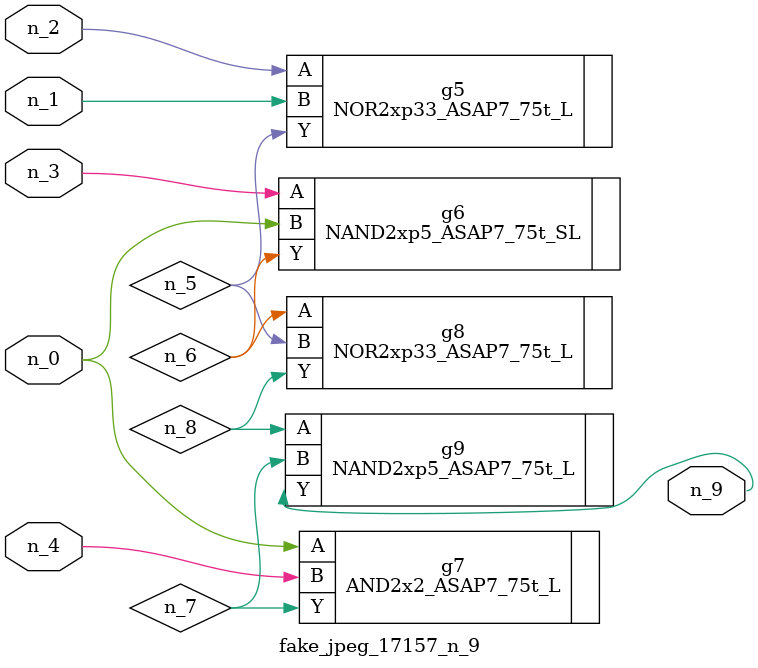
<source format=v>
module fake_jpeg_17157_n_9 (n_3, n_2, n_1, n_0, n_4, n_9);

input n_3;
input n_2;
input n_1;
input n_0;
input n_4;

output n_9;

wire n_8;
wire n_6;
wire n_5;
wire n_7;

NOR2xp33_ASAP7_75t_L g5 ( 
.A(n_2),
.B(n_1),
.Y(n_5)
);

NAND2xp5_ASAP7_75t_SL g6 ( 
.A(n_3),
.B(n_0),
.Y(n_6)
);

AND2x2_ASAP7_75t_L g7 ( 
.A(n_0),
.B(n_4),
.Y(n_7)
);

NOR2xp33_ASAP7_75t_L g8 ( 
.A(n_6),
.B(n_5),
.Y(n_8)
);

NAND2xp5_ASAP7_75t_L g9 ( 
.A(n_8),
.B(n_7),
.Y(n_9)
);


endmodule
</source>
